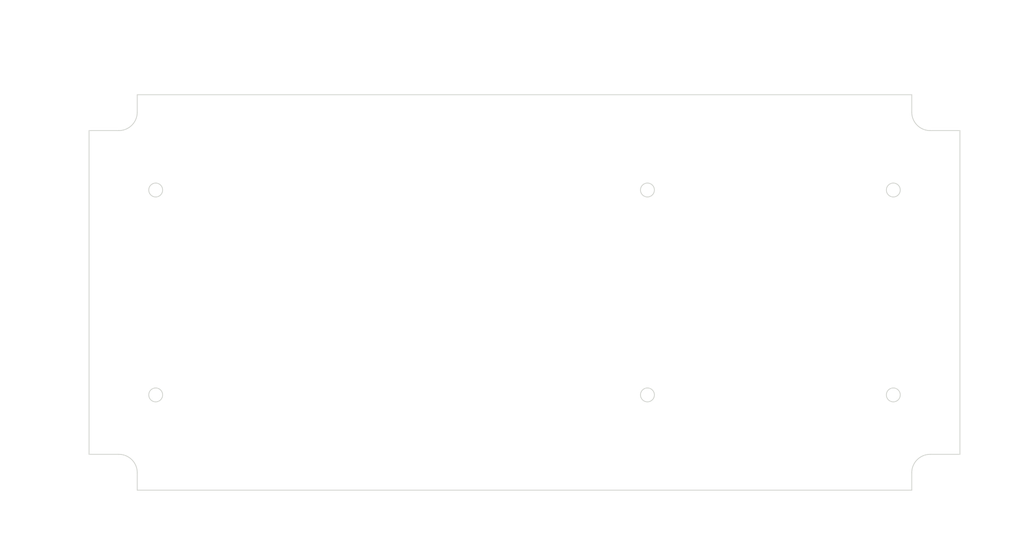
<source format=kicad_pcb>
(kicad_pcb (version 20171130) (host pcbnew "(5.1.0)-1")

  (general
    (thickness 1.6)
    (drawings 85)
    (tracks 0)
    (zones 0)
    (modules 0)
    (nets 1)
  )

  (page A4)
  (layers
    (0 F.Cu signal)
    (31 B.Cu signal)
    (32 B.Adhes user)
    (33 F.Adhes user)
    (34 B.Paste user)
    (35 F.Paste user)
    (36 B.SilkS user)
    (37 F.SilkS user)
    (38 B.Mask user)
    (39 F.Mask user)
    (40 Dwgs.User user)
    (41 Cmts.User user)
    (42 Eco1.User user)
    (43 Eco2.User user)
    (44 Edge.Cuts user)
    (45 Margin user)
    (46 B.CrtYd user)
    (47 F.CrtYd user)
    (48 B.Fab user)
    (49 F.Fab user)
  )

  (setup
    (last_trace_width 0.25)
    (trace_clearance 0.2)
    (zone_clearance 0.508)
    (zone_45_only no)
    (trace_min 0.2)
    (via_size 0.8)
    (via_drill 0.4)
    (via_min_size 0.4)
    (via_min_drill 0.3)
    (uvia_size 0.3)
    (uvia_drill 0.1)
    (uvias_allowed no)
    (uvia_min_size 0.2)
    (uvia_min_drill 0.1)
    (edge_width 0.05)
    (segment_width 0.2)
    (pcb_text_width 0.3)
    (pcb_text_size 1.5 1.5)
    (mod_edge_width 0.12)
    (mod_text_size 1 1)
    (mod_text_width 0.15)
    (pad_size 1.524 1.524)
    (pad_drill 0.762)
    (pad_to_mask_clearance 0.051)
    (solder_mask_min_width 0.25)
    (aux_axis_origin 0 0)
    (visible_elements FFFFFF7F)
    (pcbplotparams
      (layerselection 0x010fc_ffffffff)
      (usegerberextensions false)
      (usegerberattributes false)
      (usegerberadvancedattributes false)
      (creategerberjobfile false)
      (excludeedgelayer true)
      (linewidth 0.152400)
      (plotframeref false)
      (viasonmask false)
      (mode 1)
      (useauxorigin false)
      (hpglpennumber 1)
      (hpglpenspeed 20)
      (hpglpendiameter 15.000000)
      (psnegative false)
      (psa4output false)
      (plotreference true)
      (plotvalue true)
      (plotinvisibletext false)
      (padsonsilk false)
      (subtractmaskfromsilk false)
      (outputformat 1)
      (mirror false)
      (drillshape 1)
      (scaleselection 1)
      (outputdirectory ""))
  )

  (net 0 "")

  (net_class Default "This is the default net class."
    (clearance 0.2)
    (trace_width 0.25)
    (via_dia 0.8)
    (via_drill 0.4)
    (uvia_dia 0.3)
    (uvia_drill 0.1)
  )

  (gr_line (start 45.182097 135.971921) (end 45.182097 56.971921) (layer Edge.Cuts) (width 0.2))
  (gr_line (start 52.432097 135.971921) (end 45.182097 135.971921) (layer Edge.Cuts) (width 0.2))
  (gr_arc (start 52.432097 140.471921) (end 56.932097 140.471921) (angle -90) (layer Edge.Cuts) (width 0.2))
  (gr_line (start 56.932097 144.721921) (end 56.932097 140.471921) (layer Edge.Cuts) (width 0.2))
  (gr_line (start 245.932097 144.721921) (end 56.932097 144.721921) (layer Edge.Cuts) (width 0.2))
  (gr_line (start 245.932097 140.471921) (end 245.932097 144.721921) (layer Edge.Cuts) (width 0.2))
  (gr_arc (start 250.432097 140.471921) (end 250.432097 135.971921) (angle -90) (layer Edge.Cuts) (width 0.2))
  (gr_line (start 257.682097 135.971921) (end 250.432097 135.971921) (layer Edge.Cuts) (width 0.2))
  (gr_line (start 257.682097 56.971921) (end 257.682097 135.971921) (layer Edge.Cuts) (width 0.2))
  (gr_line (start 250.432097 56.971921) (end 257.682097 56.971921) (layer Edge.Cuts) (width 0.2))
  (gr_arc (start 250.432097 52.471921) (end 245.932097 52.471921) (angle -90) (layer Edge.Cuts) (width 0.2))
  (gr_line (start 245.932097 48.221921) (end 245.932097 52.471921) (layer Edge.Cuts) (width 0.2))
  (gr_line (start 56.932097 48.221921) (end 245.932097 48.221921) (layer Edge.Cuts) (width 0.2))
  (gr_line (start 56.932097 52.471921) (end 56.932097 48.221921) (layer Edge.Cuts) (width 0.2))
  (gr_arc (start 52.432097 52.471921) (end 52.432097 56.971921) (angle -90) (layer Edge.Cuts) (width 0.2))
  (gr_line (start 45.182097 56.971921) (end 52.432097 56.971921) (layer Edge.Cuts) (width 0.2))
  (gr_circle (center 241.432097 71.471921) (end 243.132097 71.471921) (layer Edge.Cuts) (width 0.2))
  (gr_circle (center 61.432097 121.471921) (end 63.132097 121.471921) (layer Edge.Cuts) (width 0.2))
  (gr_circle (center 181.432097 71.471921) (end 183.132097 71.471921) (layer Edge.Cuts) (width 0.2))
  (gr_circle (center 61.432097 71.471921) (end 63.132097 71.471921) (layer Edge.Cuts) (width 0.2))
  (gr_circle (center 181.432097 121.471921) (end 183.132097 121.471921) (layer Edge.Cuts) (width 0.2))
  (gr_circle (center 241.432097 121.471921) (end 243.132097 121.471921) (layer Edge.Cuts) (width 0.2))
  (gr_line (start 241.432097 121.561921) (end 241.432097 121.381921) (layer Dwgs.User) (width 0.2))
  (gr_line (start 241.342097 121.471921) (end 241.522097 121.471921) (layer Dwgs.User) (width 0.2))
  (gr_text " ∅3.40\n[∅0.13]" (at 262.93411 128.60018) (layer Dwgs.User)
    (effects (font (size 1.7 1.53) (thickness 0.2125)))
  )
  (gr_line (start 256.397241 128.60018) (end 244.772508 123.063039) (layer Dwgs.User) (width 0.2))
  (gr_line (start 258.397241 128.60018) (end 256.397241 128.60018) (layer Dwgs.User) (width 0.2))
  (gr_text [R0.18] (at 260.690568 147.530863) (layer Dwgs.User)
    (effects (font (size 1.7 1.53) (thickness 0.2125)))
  )
  (gr_text " R4.50" (at 260.690568 143.973428) (layer Dwgs.User)
    (effects (font (size 1.7 1.53) (thickness 0.2125)))
  )
  (gr_line (start 254.219797 145.641402) (end 248.954514 138.455303) (layer Dwgs.User) (width 0.2))
  (gr_line (start 256.219797 145.641402) (end 254.219797 145.641402) (layer Dwgs.User) (width 0.2))
  (gr_text [3.11] (at 269.29714 98.361382) (layer Dwgs.User)
    (effects (font (size 1.7 1.53) (thickness 0.2125)))
  )
  (gr_text " 79.00" (at 269.29714 94.803947) (layer Dwgs.User)
    (effects (font (size 1.7 1.53) (thickness 0.2125)))
  )
  (gr_line (start 269.29714 133.971921) (end 269.29714 100.029356) (layer Dwgs.User) (width 0.2))
  (gr_line (start 269.29714 58.971921) (end 269.29714 92.914486) (layer Dwgs.User) (width 0.2))
  (gr_line (start 258.682097 135.971921) (end 272.47214 135.971921) (layer Dwgs.User) (width 0.2))
  (gr_line (start 258.682097 56.971921) (end 272.47214 56.971921) (layer Dwgs.User) (width 0.2))
  (gr_text [7.44] (at 151.432097 154.258457) (layer Dwgs.User)
    (effects (font (size 1.7 1.53) (thickness 0.2125)))
  )
  (gr_text " 189.00" (at 151.432097 150.704501) (layer Dwgs.User)
    (effects (font (size 1.7 1.53) (thickness 0.2125)))
  )
  (gr_line (start 58.932097 152.372475) (end 146.727084 152.372475) (layer Dwgs.User) (width 0.2))
  (gr_line (start 243.932097 152.372475) (end 156.137111 152.372475) (layer Dwgs.User) (width 0.2))
  (gr_line (start 56.932097 145.721921) (end 56.932097 155.547475) (layer Dwgs.User) (width 0.2))
  (gr_line (start 245.932097 145.721921) (end 245.932097 155.547475) (layer Dwgs.User) (width 0.2))
  (gr_text [8.37] (at 151.432097 30.267799) (layer Dwgs.User)
    (effects (font (size 1.7 1.53) (thickness 0.2125)))
  )
  (gr_text " 212.50" (at 151.432097 26.710364) (layer Dwgs.User)
    (effects (font (size 1.7 1.53) (thickness 0.2125)))
  )
  (gr_line (start 47.182097 28.378338) (end 146.727084 28.378338) (layer Dwgs.User) (width 0.2))
  (gr_line (start 255.682097 28.378338) (end 156.137111 28.378338) (layer Dwgs.User) (width 0.2))
  (gr_line (start 45.182097 55.971921) (end 45.182097 25.203338) (layer Dwgs.User) (width 0.2))
  (gr_line (start 257.682097 55.971921) (end 257.682097 25.203338) (layer Dwgs.User) (width 0.2))
  (gr_text [2.36] (at 211.432097 44.079263) (layer Dwgs.User)
    (effects (font (size 1.7 1.53) (thickness 0.2125)))
  )
  (gr_text " 60.00" (at 211.432097 40.521828) (layer Dwgs.User)
    (effects (font (size 1.7 1.53) (thickness 0.2125)))
  )
  (gr_line (start 183.432097 42.189802) (end 207.387486 42.189802) (layer Dwgs.User) (width 0.2))
  (gr_line (start 239.432097 42.189802) (end 215.476709 42.189802) (layer Dwgs.User) (width 0.2))
  (gr_line (start 181.432097 70.471921) (end 181.432097 39.014802) (layer Dwgs.User) (width 0.2))
  (gr_line (start 241.432097 70.471921) (end 241.432097 39.014802) (layer Dwgs.User) (width 0.2))
  (gr_text [4.72] (at 121.432097 44.064796) (layer Dwgs.User)
    (effects (font (size 1.7 1.53) (thickness 0.2125)))
  )
  (gr_text " 120.00" (at 121.432097 40.507361) (layer Dwgs.User)
    (effects (font (size 1.7 1.53) (thickness 0.2125)))
  )
  (gr_line (start 179.432097 42.175335) (end 126.137111 42.175335) (layer Dwgs.User) (width 0.2))
  (gr_line (start 63.432097 42.175335) (end 116.727084 42.175335) (layer Dwgs.User) (width 0.2))
  (gr_line (start 181.432097 70.471921) (end 181.432097 39.000335) (layer Dwgs.User) (width 0.2))
  (gr_line (start 61.432097 70.471921) (end 61.432097 39.000335) (layer Dwgs.User) (width 0.2))
  (gr_text [.64] (at 53.307097 44.064796) (layer Dwgs.User)
    (effects (font (size 1.7 1.53) (thickness 0.2125)))
  )
  (gr_text " 16.25" (at 53.307097 40.507361) (layer Dwgs.User)
    (effects (font (size 1.7 1.53) (thickness 0.2125)))
  )
  (gr_line (start 59.432097 42.175335) (end 57.360986 42.175335) (layer Dwgs.User) (width 0.2))
  (gr_line (start 47.182097 42.175335) (end 49.253209 42.175335) (layer Dwgs.User) (width 0.2))
  (gr_line (start 61.432097 70.471921) (end 61.432097 39.000335) (layer Dwgs.User) (width 0.2))
  (gr_line (start 45.182097 55.971921) (end 45.182097 39.000335) (layer Dwgs.User) (width 0.2))
  (gr_text [.92] (at 38.831604 61.736382) (layer Dwgs.User)
    (effects (font (size 1.7 1.53) (thickness 0.2125)))
  )
  (gr_text " 23.25" (at 38.831604 58.178367) (layer Dwgs.User)
    (effects (font (size 1.7 1.53) (thickness 0.2125)))
  )
  (gr_line (start 38.831604 50.221921) (end 38.831604 56.288906) (layer Dwgs.User) (width 0.2))
  (gr_line (start 38.831604 69.471921) (end 38.831604 63.404936) (layer Dwgs.User) (width 0.2))
  (gr_line (start 55.932097 48.221921) (end 35.656604 48.221921) (layer Dwgs.User) (width 0.2))
  (gr_line (start 60.432097 71.471921) (end 35.656604 71.471921) (layer Dwgs.User) (width 0.2))
  (gr_text [1.97] (at 38.831604 98.361382) (layer Dwgs.User)
    (effects (font (size 1.7 1.53) (thickness 0.2125)))
  )
  (gr_text " 50.00" (at 38.831604 94.803947) (layer Dwgs.User)
    (effects (font (size 1.7 1.53) (thickness 0.2125)))
  )
  (gr_line (start 38.831604 119.471921) (end 38.831604 100.029356) (layer Dwgs.User) (width 0.2))
  (gr_line (start 38.831604 73.471921) (end 38.831604 92.914486) (layer Dwgs.User) (width 0.2))
  (gr_line (start 60.432097 121.471921) (end 35.656604 121.471921) (layer Dwgs.User) (width 0.2))
  (gr_line (start 60.432097 71.471921) (end 35.656604 71.471921) (layer Dwgs.User) (width 0.2))
  (gr_text [3.80] (at 27.465401 98.361382) (layer Dwgs.User)
    (effects (font (size 1.7 1.53) (thickness 0.2125)))
  )
  (gr_text " 96.50" (at 27.465401 94.803947) (layer Dwgs.User)
    (effects (font (size 1.7 1.53) (thickness 0.2125)))
  )
  (gr_line (start 27.465401 142.721921) (end 27.465401 100.029356) (layer Dwgs.User) (width 0.2))
  (gr_line (start 27.465401 50.221921) (end 27.465401 92.914486) (layer Dwgs.User) (width 0.2))
  (gr_line (start 55.932097 144.721921) (end 24.290401 144.721921) (layer Dwgs.User) (width 0.2))
  (gr_line (start 55.932097 48.221921) (end 24.290401 48.221921) (layer Dwgs.User) (width 0.2))

)

</source>
